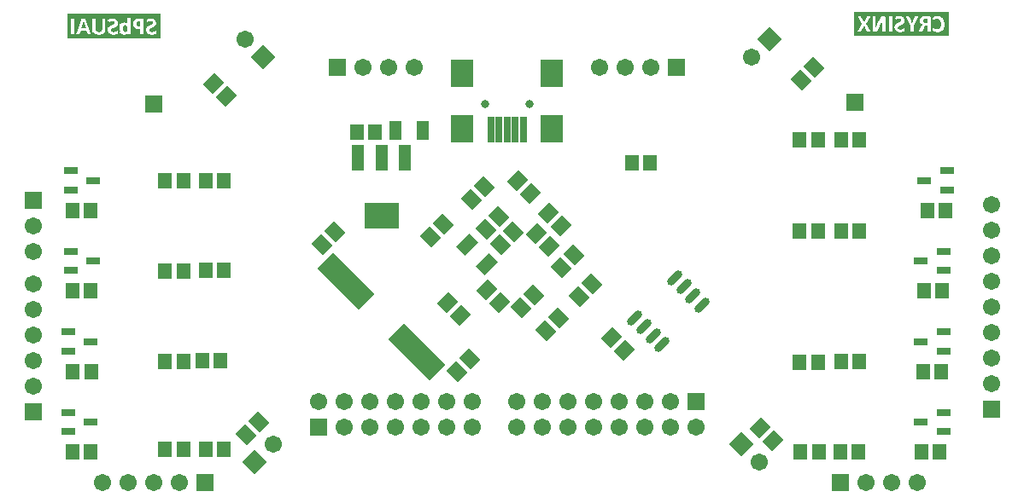
<source format=gbs>
G04*
G04 #@! TF.GenerationSoftware,Altium Limited,Altium Designer,19.0.15 (446)*
G04*
G04 Layer_Color=16711935*
%FSLAX44Y44*%
%MOMM*%
G71*
G01*
G75*
G04:AMPARAMS|DCode=20|XSize=1.6032mm|YSize=1.4032mm|CornerRadius=0mm|HoleSize=0mm|Usage=FLASHONLY|Rotation=135.000|XOffset=0mm|YOffset=0mm|HoleType=Round|Shape=Rectangle|*
%AMROTATEDRECTD20*
4,1,4,1.0629,-0.0707,0.0707,-1.0629,-1.0629,0.0707,-0.0707,1.0629,1.0629,-0.0707,0.0*
%
%ADD20ROTATEDRECTD20*%

G04:AMPARAMS|DCode=22|XSize=1.6032mm|YSize=1.4032mm|CornerRadius=0mm|HoleSize=0mm|Usage=FLASHONLY|Rotation=225.000|XOffset=0mm|YOffset=0mm|HoleType=Round|Shape=Rectangle|*
%AMROTATEDRECTD22*
4,1,4,0.0707,1.0629,1.0629,0.0707,-0.0707,-1.0629,-1.0629,-0.0707,0.0707,1.0629,0.0*
%
%ADD22ROTATEDRECTD22*%

%ADD23C,1.7032*%
%ADD24R,1.7032X1.7032*%
%ADD25R,1.7032X1.7032*%
%ADD26P,2.4087X4X360.0*%
%ADD27P,2.4087X4X270.0*%
%ADD28C,0.8032*%
G04:AMPARAMS|DCode=59|XSize=1.9032mm|YSize=1.3032mm|CornerRadius=0mm|HoleSize=0mm|Usage=FLASHONLY|Rotation=45.000|XOffset=0mm|YOffset=0mm|HoleType=Round|Shape=Rectangle|*
%AMROTATEDRECTD59*
4,1,4,-0.2121,-1.1336,-1.1336,-0.2121,0.2121,1.1336,1.1336,0.2121,-0.2121,-1.1336,0.0*
%
%ADD59ROTATEDRECTD59*%

G04:AMPARAMS|DCode=60|XSize=2.2032mm|YSize=5.8032mm|CornerRadius=0mm|HoleSize=0mm|Usage=FLASHONLY|Rotation=45.000|XOffset=0mm|YOffset=0mm|HoleType=Round|Shape=Rectangle|*
%AMROTATEDRECTD60*
4,1,4,1.2728,-2.8307,-2.8307,1.2728,-1.2728,2.8307,2.8307,-1.2728,1.2728,-2.8307,0.0*
%
%ADD60ROTATEDRECTD60*%

%ADD61R,1.2032X2.6032*%
%ADD62R,3.5032X2.6032*%
%ADD63R,1.3032X1.9032*%
%ADD64R,1.4032X1.6032*%
%ADD65R,1.3532X0.8032*%
G04:AMPARAMS|DCode=66|XSize=0.8032mm|YSize=1.8032mm|CornerRadius=0mm|HoleSize=0mm|Usage=FLASHONLY|Rotation=315.000|XOffset=0mm|YOffset=0mm|HoleType=Round|Shape=Round|*
%AMOVALD66*
21,1,1.0000,0.8032,0.0000,0.0000,45.0*
1,1,0.8032,-0.3536,-0.3536*
1,1,0.8032,0.3536,0.3536*
%
%ADD66OVALD66*%

%ADD67R,2.2032X2.7032*%
%ADD68R,0.7032X2.5032*%
G36*
X156231Y485701D02*
Y460714D01*
X63781D01*
Y485701D01*
X156231D01*
D02*
G37*
G36*
X937622Y463214D02*
X843687D01*
Y487288D01*
X937622D01*
Y463214D01*
D02*
G37*
%LPC*%
G36*
X69694Y480588D02*
X69123D01*
X68866Y480560D01*
X68637Y480531D01*
X68580D01*
X68466Y480502D01*
X68295Y480474D01*
X68152Y480445D01*
X68123D01*
X68038Y480417D01*
X67952Y480360D01*
X67867Y480274D01*
X67838D01*
X67809Y480217D01*
X67781Y480160D01*
Y480588D01*
D01*
D01*
Y464914D01*
D01*
Y465343D01*
X67809Y465257D01*
X67867Y465171D01*
X67895D01*
X67924Y465114D01*
X68009Y465086D01*
X68152Y465028D01*
X68181D01*
X68266Y465000D01*
X68438D01*
X68637Y464971D01*
X68695D01*
X68837Y464943D01*
X69066Y464914D01*
X69637D01*
X69893Y464943D01*
X70150Y464971D01*
X70208D01*
X70322Y465000D01*
X70465D01*
X70636Y465028D01*
X70664D01*
X70722Y465057D01*
X70807Y465114D01*
X70893Y465171D01*
Y465200D01*
X70921Y465257D01*
X70950Y465400D01*
Y480131D01*
X70893Y480274D01*
X70864Y480303D01*
X70836Y480331D01*
X70750Y480388D01*
X70636Y480445D01*
X70607D01*
X70493Y480474D01*
X70350Y480502D01*
X70150Y480531D01*
X70093D01*
X69922Y480560D01*
X69694Y480588D01*
D02*
G37*
G36*
X125594Y481702D02*
X125023D01*
X124794Y481673D01*
X124566Y481644D01*
X124509D01*
X124395Y481616D01*
X124252Y481587D01*
X124109Y481530D01*
X124081D01*
X124024Y481502D01*
X123938Y481445D01*
X123852Y481387D01*
X123824Y481359D01*
X123795Y481330D01*
X123767Y481245D01*
Y481159D01*
Y475249D01*
X123738Y475278D01*
X123709Y475306D01*
X123510Y475478D01*
X123253Y475706D01*
X122967Y475934D01*
X122939Y475963D01*
X122910Y475992D01*
X122710Y476106D01*
X122453Y476277D01*
X122168Y476420D01*
X122139D01*
X122082Y476448D01*
X121997Y476477D01*
X121911Y476534D01*
X121625Y476620D01*
X121311Y476705D01*
X121283D01*
X121226Y476734D01*
X121140D01*
X121026Y476762D01*
X120740Y476791D01*
X120198D01*
X119970Y476762D01*
X119713Y476734D01*
X119398Y476677D01*
X119056Y476591D01*
X118713Y476477D01*
X118399Y476306D01*
X118371Y476277D01*
X118257Y476220D01*
X118114Y476106D01*
X117914Y475963D01*
X117714Y475792D01*
X117486Y475563D01*
X117257Y475306D01*
X117058Y475021D01*
X117029Y474992D01*
X116972Y474878D01*
X116886Y474707D01*
X116743Y474478D01*
X116629Y474221D01*
X116515Y473879D01*
X116372Y473536D01*
X116287Y473137D01*
Y473079D01*
X116258Y472965D01*
X116201Y472737D01*
X116144Y472452D01*
X116115Y472109D01*
X116058Y471738D01*
X116030Y471310D01*
Y481702D01*
Y468797D01*
D01*
Y470653D01*
X116058Y470367D01*
Y470025D01*
X116115Y469625D01*
X116172Y469197D01*
X116229Y468740D01*
X116344Y468312D01*
Y468255D01*
X116401Y468112D01*
X116487Y467912D01*
X116572Y467655D01*
X116715Y467341D01*
X116858Y466998D01*
X117058Y466684D01*
X117257Y466370D01*
X117286Y466342D01*
X117372Y466228D01*
X117486Y466085D01*
X117657Y465914D01*
X117857Y465714D01*
X118085Y465514D01*
X118371Y465314D01*
X118685Y465143D01*
X118713Y465114D01*
X118827Y465086D01*
X119027Y465000D01*
X119256Y464943D01*
X119541Y464857D01*
X119884Y464772D01*
X120255Y464743D01*
X120655Y464715D01*
X116030D01*
Y468055D01*
Y464715D01*
X126793D01*
X120855D01*
X120969Y464743D01*
X121283Y464772D01*
X121654Y464829D01*
X121683D01*
X121740Y464857D01*
X121825Y464886D01*
X121939Y464914D01*
X122225Y465000D01*
X122539Y465143D01*
X122568D01*
X122625Y465171D01*
X122710Y465228D01*
X122796Y465314D01*
X123081Y465485D01*
X123396Y465714D01*
X123424Y465742D01*
X123453Y465771D01*
X123538Y465857D01*
X123652Y465942D01*
X123909Y466199D01*
X124223Y466542D01*
Y465371D01*
Y465343D01*
Y465314D01*
X124252Y465228D01*
X124309Y465143D01*
X124366Y465086D01*
X124423Y465057D01*
X124509Y465000D01*
X124537D01*
X124623Y464972D01*
X124737D01*
X124909Y464943D01*
X125080D01*
X125280Y464914D01*
X125965D01*
X126165Y464943D01*
X126193D01*
X126307Y464972D01*
X126422D01*
X126536Y465000D01*
X126565D01*
X126622Y465029D01*
X126679Y465086D01*
X126736Y465143D01*
Y465171D01*
X126764Y465228D01*
X126793Y465371D01*
Y481245D01*
X126736Y481387D01*
X126707Y481416D01*
X126679Y481445D01*
X126593Y481473D01*
X126479Y481530D01*
X126450Y481559D01*
X126365Y481587D01*
X126222Y481616D01*
X126022Y481644D01*
X125965D01*
X125822Y481673D01*
X125594Y481702D01*
D02*
G37*
G36*
X152231Y480788D02*
X142095D01*
X146435D01*
X146092Y480759D01*
X145693Y480702D01*
X145664D01*
X145607Y480674D01*
X145493D01*
X145350Y480645D01*
X145007Y480560D01*
X144665Y480474D01*
X144636D01*
X144579Y480445D01*
X144494Y480417D01*
X144379Y480388D01*
X144094Y480274D01*
X143808Y480131D01*
X143780D01*
X143751Y480103D01*
X143609Y480046D01*
X143437Y479931D01*
X143323Y479846D01*
X143295Y479817D01*
X143237Y479789D01*
X143180Y479703D01*
X143152Y479646D01*
Y479617D01*
X143123Y479589D01*
X143066Y479418D01*
Y479389D01*
X143038Y479332D01*
Y479189D01*
Y479046D01*
Y479018D01*
X143009Y478904D01*
Y478732D01*
Y478532D01*
Y478504D01*
Y478475D01*
Y478333D01*
Y478133D01*
X143038Y477933D01*
Y477904D01*
X143066Y477790D01*
X143095Y477676D01*
X143123Y477562D01*
Y477533D01*
X143152Y477476D01*
X143237Y477333D01*
X143295Y477305D01*
X143352Y477276D01*
X143466D01*
X143523Y477305D01*
X143666Y477333D01*
X143865Y477419D01*
X143923Y477448D01*
X144065Y477533D01*
X144294Y477648D01*
X144579Y477790D01*
X144608D01*
X144636Y477819D01*
X144722Y477876D01*
X144836Y477904D01*
X145150Y478019D01*
X145550Y478161D01*
X145578D01*
X145636Y478190D01*
X145750Y478218D01*
X145893Y478247D01*
X146092Y478276D01*
X146292Y478304D01*
X146749Y478333D01*
X146920D01*
X147063Y478304D01*
X147349Y478276D01*
X147663Y478190D01*
X147691D01*
X147720Y478161D01*
X147891Y478104D01*
X148091Y477990D01*
X148291Y477847D01*
X148319Y477819D01*
X148434Y477705D01*
X148548Y477533D01*
X148662Y477305D01*
X148690Y477248D01*
X148719Y477105D01*
X148748Y476905D01*
X148776Y476648D01*
Y476620D01*
Y476563D01*
X148748Y476477D01*
Y476334D01*
X148662Y476049D01*
X148519Y475735D01*
Y475706D01*
X148462Y475678D01*
X148319Y475506D01*
X148062Y475306D01*
X147748Y475078D01*
X147720D01*
X147663Y475021D01*
X147548Y474964D01*
X147434Y474907D01*
X147092Y474735D01*
X146663Y474536D01*
X146635D01*
X146549Y474478D01*
X146435Y474450D01*
X146292Y474364D01*
X145893Y474193D01*
X145464Y473993D01*
X145436D01*
X145350Y473936D01*
X145236Y473879D01*
X145065Y473793D01*
X144693Y473593D01*
X144237Y473336D01*
X144208Y473308D01*
X144122Y473279D01*
X144008Y473194D01*
X143865Y473079D01*
X143523Y472794D01*
X143180Y472452D01*
X143152Y472423D01*
X143095Y472366D01*
X143009Y472252D01*
X142895Y472109D01*
X142781Y471938D01*
X142638Y471738D01*
X142409Y471252D01*
X142381Y471224D01*
X142352Y471138D01*
X142295Y470995D01*
X142238Y470796D01*
X142181Y470567D01*
X142153Y470282D01*
X142095Y469968D01*
D01*
Y469425D01*
X142124Y469197D01*
X142153Y468911D01*
X142210Y468569D01*
X142295Y468198D01*
X142409Y467826D01*
X142552Y467484D01*
X142581Y467455D01*
X142638Y467341D01*
X142752Y467170D01*
X142866Y466941D01*
X143066Y466713D01*
X143266Y466456D01*
X143523Y466199D01*
X143808Y465942D01*
X143837Y465914D01*
X143951Y465828D01*
X144094Y465714D01*
X144322Y465600D01*
X144579Y465428D01*
X144893Y465285D01*
X145265Y465143D01*
X145636Y465000D01*
X145693D01*
X145807Y464943D01*
X146035Y464914D01*
X146292Y464857D01*
X146635Y464800D01*
X147006Y464772D01*
X147434Y464715D01*
X148148D01*
X148348Y464743D01*
X148576D01*
X148833Y464772D01*
X149347Y464857D01*
X149376D01*
X149461Y464886D01*
X149604Y464914D01*
X149747Y464943D01*
X150147Y465057D01*
X150575Y465171D01*
X150603D01*
X150660Y465200D01*
X150746Y465228D01*
X150889Y465285D01*
X151174Y465400D01*
X151460Y465542D01*
X151517Y465571D01*
X151660Y465657D01*
X151831Y465771D01*
X151974Y465914D01*
X152002Y465942D01*
X152059Y466028D01*
X152116Y466171D01*
X152174Y466370D01*
Y466427D01*
X152202Y466570D01*
X152231Y466827D01*
Y464829D01*
Y467883D01*
X152202Y467969D01*
X152174Y468112D01*
X152145Y468226D01*
Y468255D01*
X152116Y468312D01*
X152059Y468397D01*
X152002Y468455D01*
X151974Y468483D01*
X151945Y468512D01*
X151888Y468540D01*
X151774D01*
X151688Y468512D01*
X151517Y468455D01*
X151317Y468312D01*
X151288D01*
X151260Y468283D01*
X151089Y468198D01*
X150860Y468055D01*
X150546Y467883D01*
X150518D01*
X150461Y467855D01*
X150346Y467798D01*
X150232Y467741D01*
X150061Y467684D01*
X149861Y467598D01*
X149404Y467455D01*
X149376D01*
X149290Y467427D01*
X149147Y467398D01*
X148947Y467370D01*
X148719Y467313D01*
X148462Y467284D01*
X147863Y467255D01*
X147634D01*
X147491Y467284D01*
X147149Y467313D01*
X146806Y467370D01*
X146778D01*
X146721Y467398D01*
X146635Y467427D01*
X146549Y467484D01*
X146292Y467598D01*
X146035Y467769D01*
X146007D01*
X145978Y467826D01*
X145864Y467941D01*
X145693Y468140D01*
X145550Y468397D01*
Y468426D01*
X145521Y468455D01*
X145464Y468654D01*
X145407Y468911D01*
X145379Y469225D01*
Y469254D01*
Y469311D01*
X145407Y469397D01*
Y469539D01*
X145521Y469825D01*
X145578Y469968D01*
X145693Y470110D01*
Y470139D01*
X145750Y470168D01*
X145893Y470339D01*
X146121Y470567D01*
X146435Y470796D01*
X146464D01*
X146521Y470853D01*
X146606Y470910D01*
X146749Y470967D01*
X147063Y471138D01*
X147491Y471338D01*
X147520D01*
X147577Y471395D01*
X147691Y471452D01*
X147863Y471509D01*
X148034Y471595D01*
X148234Y471709D01*
X148690Y471909D01*
X148719D01*
X148805Y471966D01*
X148919Y472023D01*
X149090Y472109D01*
X149461Y472309D01*
X149918Y472537D01*
X149947Y472566D01*
X150004Y472594D01*
X150118Y472680D01*
X150261Y472794D01*
X150603Y473079D01*
X150946Y473422D01*
X150974Y473451D01*
X151032Y473508D01*
X151117Y473622D01*
X151203Y473765D01*
X151317Y473936D01*
X151460Y474136D01*
X151688Y474621D01*
Y474650D01*
X151745Y474735D01*
X151774Y474907D01*
X151831Y475107D01*
X151888Y475335D01*
X151917Y475620D01*
X151974Y475963D01*
Y476306D01*
Y476363D01*
Y476506D01*
X151945Y476705D01*
X151917Y476962D01*
X151888Y477276D01*
X151802Y477590D01*
X151717Y477933D01*
X151574Y478247D01*
X151545Y478276D01*
X151488Y478390D01*
X151403Y478561D01*
X151288Y478732D01*
X151117Y478961D01*
X150946Y479189D01*
X150717Y479418D01*
X150461Y479646D01*
X150432Y479674D01*
X150346Y479732D01*
X150175Y479846D01*
X149975Y479960D01*
X149747Y480103D01*
X149461Y480246D01*
X149147Y480388D01*
X148805Y480502D01*
X148748D01*
X148633Y480560D01*
X148462Y480588D01*
X148205Y480645D01*
X147891Y480702D01*
X147548Y480731D01*
X147177Y480788D01*
X152231D01*
D02*
G37*
G36*
X109320D02*
X108578D01*
X108236Y480759D01*
X107836Y480702D01*
X107807D01*
X107750Y480674D01*
X107636D01*
X107493Y480645D01*
X107151Y480560D01*
X106808Y480474D01*
X106780D01*
X106722Y480445D01*
X106637Y480417D01*
X106523Y480388D01*
X106237Y480274D01*
X105952Y480131D01*
X105923D01*
X105895Y480103D01*
X105752Y480046D01*
X105581Y479931D01*
X105466Y479846D01*
X105438Y479817D01*
X105381Y479789D01*
X105324Y479703D01*
X105295Y479646D01*
Y479617D01*
X105267Y479589D01*
X105209Y479418D01*
Y479389D01*
X105181Y479332D01*
Y479189D01*
Y479046D01*
Y479018D01*
X105152Y478904D01*
Y478732D01*
Y478532D01*
Y478504D01*
Y478475D01*
Y478333D01*
Y478133D01*
X105181Y477933D01*
Y477904D01*
X105209Y477790D01*
X105238Y477676D01*
X105267Y477562D01*
Y477533D01*
X105295Y477476D01*
X105381Y477333D01*
X105438Y477305D01*
X105495Y477276D01*
X105609D01*
X105666Y477305D01*
X105809Y477333D01*
X106009Y477419D01*
X106066Y477448D01*
X106209Y477533D01*
X106437Y477648D01*
X106722Y477790D01*
X106751D01*
X106780Y477819D01*
X106865Y477876D01*
X106980Y477904D01*
X107294Y478019D01*
X107693Y478161D01*
X107722D01*
X107779Y478190D01*
X107893Y478218D01*
X108036Y478247D01*
X108236Y478276D01*
X108435Y478304D01*
X108892Y478333D01*
X109064D01*
X109206Y478304D01*
X109492Y478276D01*
X109806Y478190D01*
X109834D01*
X109863Y478161D01*
X110034Y478104D01*
X110234Y477990D01*
X110434Y477847D01*
X110463Y477819D01*
X110577Y477705D01*
X110691Y477533D01*
X110805Y477305D01*
X110834Y477248D01*
X110862Y477105D01*
X110891Y476905D01*
X110919Y476648D01*
Y476620D01*
Y476563D01*
X110891Y476477D01*
Y476334D01*
X110805Y476049D01*
X110662Y475735D01*
Y475706D01*
X110605Y475678D01*
X110463Y475506D01*
X110206Y475306D01*
X109892Y475078D01*
X109863D01*
X109806Y475021D01*
X109692Y474964D01*
X109578Y474907D01*
X109235Y474735D01*
X108807Y474536D01*
X108778D01*
X108692Y474478D01*
X108578Y474450D01*
X108435Y474364D01*
X108036Y474193D01*
X107608Y473993D01*
X107579D01*
X107493Y473936D01*
X107379Y473879D01*
X107208Y473793D01*
X106837Y473593D01*
X106380Y473336D01*
X106351Y473308D01*
X106266Y473279D01*
X106152Y473194D01*
X106009Y473079D01*
X105666Y472794D01*
X105324Y472452D01*
X105295Y472423D01*
X105238Y472366D01*
X105152Y472252D01*
X105038Y472109D01*
X104924Y471938D01*
X104781Y471738D01*
X104553Y471252D01*
X104524Y471224D01*
X104496Y471138D01*
X104439Y470995D01*
X104382Y470796D01*
X104324Y470567D01*
X104296Y470282D01*
X104239Y469968D01*
Y480788D01*
D01*
Y464715D01*
X114374D01*
D01*
X110291D01*
X110491Y464743D01*
X110719D01*
X110976Y464772D01*
X111490Y464857D01*
X111519D01*
X111604Y464886D01*
X111747Y464914D01*
X111890Y464943D01*
X112290Y465057D01*
X112718Y465171D01*
X112746D01*
X112804Y465200D01*
X112889Y465228D01*
X113032Y465285D01*
X113317Y465400D01*
X113603Y465542D01*
X113660Y465571D01*
X113803Y465657D01*
X113974Y465771D01*
X114117Y465914D01*
X114145Y465942D01*
X114202Y466028D01*
X114260Y466171D01*
X114317Y466370D01*
Y466427D01*
X114345Y466570D01*
X114374Y466827D01*
Y467883D01*
X114345Y467969D01*
X114317Y468112D01*
X114288Y468226D01*
Y468255D01*
X114260Y468312D01*
X114202Y468397D01*
X114145Y468455D01*
X114117Y468483D01*
X114088Y468512D01*
X114031Y468540D01*
X113917D01*
X113831Y468512D01*
X113660Y468455D01*
X113460Y468312D01*
X113432D01*
X113403Y468283D01*
X113232Y468198D01*
X113003Y468055D01*
X112689Y467883D01*
X112661D01*
X112604Y467855D01*
X112490Y467798D01*
X112375Y467741D01*
X112204Y467684D01*
X112004Y467598D01*
X111547Y467455D01*
X111519D01*
X111433Y467427D01*
X111291Y467398D01*
X111091Y467370D01*
X110862Y467313D01*
X110605Y467284D01*
X110006Y467255D01*
X109777D01*
X109635Y467284D01*
X109292Y467313D01*
X108949Y467370D01*
X108921D01*
X108864Y467398D01*
X108778Y467427D01*
X108692Y467484D01*
X108435Y467598D01*
X108179Y467769D01*
X108150D01*
X108121Y467826D01*
X108007Y467941D01*
X107836Y468140D01*
X107693Y468397D01*
Y468426D01*
X107665Y468455D01*
X107608Y468654D01*
X107550Y468911D01*
X107522Y469225D01*
Y469254D01*
Y469311D01*
X107550Y469397D01*
Y469539D01*
X107665Y469825D01*
X107722Y469968D01*
X107836Y470110D01*
Y470139D01*
X107893Y470168D01*
X108036Y470339D01*
X108264Y470567D01*
X108578Y470796D01*
X108607D01*
X108664Y470853D01*
X108750Y470910D01*
X108892Y470967D01*
X109206Y471138D01*
X109635Y471338D01*
X109663D01*
X109720Y471395D01*
X109834Y471452D01*
X110006Y471509D01*
X110177Y471595D01*
X110377Y471709D01*
X110834Y471909D01*
X110862D01*
X110948Y471966D01*
X111062Y472023D01*
X111233Y472109D01*
X111604Y472309D01*
X112061Y472537D01*
X112090Y472566D01*
X112147Y472594D01*
X112261Y472680D01*
X112404Y472794D01*
X112746Y473079D01*
X113089Y473422D01*
X113118Y473451D01*
X113175Y473508D01*
X113260Y473622D01*
X113346Y473765D01*
X113460Y473936D01*
X113603Y474136D01*
X113831Y474621D01*
Y474650D01*
X113889Y474735D01*
X113917Y474907D01*
X113974Y475107D01*
X114031Y475335D01*
X114060Y475620D01*
X114117Y475963D01*
Y476306D01*
Y476363D01*
Y476506D01*
X114088Y476705D01*
X114060Y476962D01*
X114031Y477276D01*
X113946Y477590D01*
X113860Y477933D01*
X113717Y478247D01*
X113689Y478276D01*
X113631Y478390D01*
X113546Y478561D01*
X113432Y478732D01*
X113260Y478961D01*
X113089Y479189D01*
X112861Y479418D01*
X112604Y479646D01*
X112575Y479674D01*
X112490Y479732D01*
X112318Y479846D01*
X112118Y479960D01*
X111890Y480103D01*
X111604Y480246D01*
X111291Y480388D01*
X110948Y480502D01*
X110891D01*
X110777Y480560D01*
X110605Y480588D01*
X110348Y480645D01*
X110034Y480702D01*
X109692Y480731D01*
X109320Y480788D01*
D02*
G37*
G36*
X116030Y468740D02*
Y468112D01*
D01*
Y468740D01*
D02*
G37*
G36*
X100613Y480588D02*
X100013D01*
X99756Y480560D01*
X99528Y480531D01*
X99471D01*
X99357Y480502D01*
X99185Y480474D01*
X99043Y480445D01*
X99014D01*
X98957Y480417D01*
X98871Y480360D01*
X98786Y480274D01*
X98757D01*
X98729Y480217D01*
X98700Y480160D01*
Y480074D01*
Y470910D01*
Y470881D01*
Y470767D01*
Y470596D01*
X98672Y470367D01*
X98643Y470110D01*
X98614Y469853D01*
X98472Y469311D01*
Y469282D01*
X98415Y469197D01*
X98386Y469083D01*
X98300Y468911D01*
X98101Y468540D01*
X97844Y468169D01*
X97815Y468140D01*
X97758Y468112D01*
X97672Y468026D01*
X97558Y467941D01*
X97215Y467712D01*
X96816Y467512D01*
X96787D01*
X96702Y467484D01*
X96587Y467455D01*
X96416Y467427D01*
X96216Y467370D01*
X95988Y467341D01*
X95474Y467313D01*
X95217D01*
X95017Y467341D01*
X94618Y467398D01*
X94161Y467512D01*
X94132D01*
X94046Y467570D01*
X93961Y467598D01*
X93818Y467684D01*
X93476Y467883D01*
X93161Y468169D01*
X93133Y468198D01*
X93076Y468255D01*
X93019Y468340D01*
X92905Y468483D01*
X92819Y468626D01*
X92705Y468826D01*
X92505Y469254D01*
Y469282D01*
X92476Y469368D01*
X92419Y469511D01*
X92391Y469682D01*
X92333Y469911D01*
X92305Y470168D01*
X92276Y470738D01*
Y480074D01*
Y480103D01*
Y480131D01*
X92219Y480274D01*
X92191Y480303D01*
X92162Y480331D01*
X92077Y480388D01*
X91962Y480445D01*
X91934D01*
X91848Y480474D01*
X91705Y480502D01*
X91506Y480531D01*
X91448D01*
X91277Y480560D01*
X91049Y480588D01*
X92114D01*
X89164D01*
Y464715D01*
D01*
Y470539D01*
X89193Y470253D01*
X89222Y469911D01*
X89279Y469511D01*
X89336Y469083D01*
X89450Y468626D01*
X89593Y468198D01*
X89621Y468140D01*
X89678Y468026D01*
X89764Y467798D01*
X89907Y467541D01*
X90078Y467255D01*
X90307Y466913D01*
X90563Y466599D01*
X90849Y466285D01*
X90878Y466256D01*
X90992Y466171D01*
X91163Y466028D01*
X91391Y465857D01*
X91677Y465657D01*
X92020Y465457D01*
X92419Y465285D01*
X92847Y465114D01*
X92905Y465086D01*
X93047Y465057D01*
X93304Y465000D01*
X93647Y464914D01*
X94046Y464829D01*
X94532Y464772D01*
X95046Y464743D01*
X95617Y464715D01*
X89164D01*
X101840D01*
X95874D01*
X96131Y464743D01*
X96502Y464772D01*
X96902Y464800D01*
X97330Y464857D01*
X97787Y464943D01*
X98243Y465057D01*
X98300Y465086D01*
X98443Y465114D01*
X98643Y465228D01*
X98928Y465343D01*
X99214Y465485D01*
X99557Y465685D01*
X99899Y465914D01*
X100213Y466171D01*
X100242Y466199D01*
X100356Y466313D01*
X100499Y466456D01*
X100670Y466684D01*
X100870Y466941D01*
X101070Y467255D01*
X101270Y467627D01*
X101441Y468026D01*
X101469Y468083D01*
X101498Y468226D01*
X101555Y468455D01*
X101641Y468769D01*
X101726Y469140D01*
X101783Y469596D01*
X101812Y470082D01*
X101840Y470624D01*
Y480131D01*
X101783Y480274D01*
X101755Y480303D01*
X101726Y480331D01*
X101641Y480388D01*
X101526Y480445D01*
X101498D01*
X101412Y480474D01*
X101270Y480502D01*
X101070Y480531D01*
X101013D01*
X100841Y480560D01*
X100613Y480588D01*
D02*
G37*
G36*
X138641Y480502D02*
X134644D01*
X134330Y480474D01*
X133959Y480445D01*
X133873D01*
X133759Y480417D01*
X133616D01*
X133445Y480388D01*
X133245Y480360D01*
X132760Y480274D01*
X132731D01*
X132646Y480246D01*
X132503Y480217D01*
X132303Y480160D01*
X132103Y480074D01*
X131846Y479989D01*
X131332Y479760D01*
X131304Y479732D01*
X131218Y479703D01*
X131075Y479617D01*
X130904Y479503D01*
X130533Y479218D01*
X130133Y478818D01*
X130105Y478789D01*
X130048Y478704D01*
X129962Y478590D01*
X129848Y478447D01*
X129705Y478247D01*
X129591Y478019D01*
X129362Y477476D01*
Y477448D01*
X129305Y477333D01*
X129277Y477191D01*
X129220Y476991D01*
X129163Y476734D01*
X129134Y476448D01*
X129077Y476106D01*
Y475535D01*
X129105Y475306D01*
X129134Y474992D01*
X129191Y474621D01*
X129248Y474250D01*
X129362Y473850D01*
X129505Y473451D01*
X129534Y473394D01*
X129591Y473279D01*
X129676Y473108D01*
X129791Y472880D01*
X129962Y472594D01*
X130190Y472309D01*
X130419Y472023D01*
X130704Y471766D01*
X130733Y471738D01*
X130847Y471652D01*
X131018Y471538D01*
X131218Y471367D01*
X131504Y471195D01*
X131846Y471024D01*
X132217Y470853D01*
X132617Y470710D01*
X132674D01*
X132817Y470653D01*
X133045Y470596D01*
X133359Y470539D01*
X133759Y470481D01*
X134216Y470424D01*
X134701Y470396D01*
X135272Y470367D01*
X136557D01*
Y465400D01*
Y465371D01*
Y465343D01*
X136585Y465257D01*
X136643Y465171D01*
X136671D01*
X136700Y465114D01*
X136785Y465086D01*
X136899Y465029D01*
X136928D01*
X137014Y465000D01*
X137185D01*
X137385Y464972D01*
X137442D01*
X137585Y464943D01*
X137842Y464914D01*
X129077D01*
D01*
X139697D01*
X138413D01*
X138670Y464943D01*
X138926Y464972D01*
X138984D01*
X139098Y465000D01*
X139241D01*
X139383Y465029D01*
X139412D01*
X139469Y465057D01*
X139555Y465114D01*
X139640Y465171D01*
Y465200D01*
X139669Y465257D01*
X139697Y465400D01*
Y479446D01*
X139669Y479560D01*
Y479674D01*
X139583Y479960D01*
X139412Y480217D01*
X139355Y480274D01*
X139212Y480360D01*
X138955Y480445D01*
X138641Y480502D01*
D02*
G37*
G36*
X80942Y480588D02*
X72977Y480588D01*
Y464914D01*
D01*
Y465200D01*
X73063Y465086D01*
X73091D01*
X73177Y465028D01*
X73320Y465000D01*
X73548Y464971D01*
X73605D01*
X73691Y464943D01*
X73776D01*
X74062Y464914D01*
X72977D01*
X75118D01*
X75404Y464943D01*
X75461D01*
X75603Y464971D01*
X75775D01*
X75946Y465000D01*
X75975D01*
X76032Y465028D01*
X76117Y465086D01*
X76203Y465143D01*
Y465171D01*
X76231Y465200D01*
X76260Y465285D01*
X76289Y465400D01*
X77316Y468540D01*
X83169Y468540D01*
X84140Y465485D01*
Y465457D01*
X84168Y465400D01*
X84283Y465200D01*
Y465171D01*
X84340Y465143D01*
X84425Y465086D01*
X84539Y465029D01*
X84568D01*
X84654Y465000D01*
X84825Y464972D01*
X85025Y464943D01*
X85253D01*
X85510Y464914D01*
X86167D01*
X86452Y464943D01*
X86709Y464972D01*
X86766D01*
X86881Y465000D01*
X87023Y465057D01*
X87166Y465114D01*
X87195Y465143D01*
X87223Y465228D01*
X87252Y465343D01*
Y465542D01*
X87195Y465657D01*
X87137Y465885D01*
X87052Y466171D01*
X82255Y479960D01*
Y479989D01*
X82227Y480074D01*
X82170Y480188D01*
X82113Y480274D01*
X82084Y480303D01*
X82027Y480360D01*
X81941Y480417D01*
X81799Y480474D01*
X81770D01*
X81627Y480502D01*
X81456Y480531D01*
X81199Y480560D01*
X81056D01*
X80942Y480588D01*
D02*
G37*
%LPD*%
G36*
X121683Y474193D02*
X121882Y474136D01*
X121939Y474107D01*
X122054Y474079D01*
X122254Y473965D01*
X122482Y473822D01*
X122539Y473793D01*
X122653Y473679D01*
X122853Y473508D01*
X123110Y473279D01*
X123167Y473222D01*
X123310Y473051D01*
X123510Y472823D01*
X123767Y472480D01*
Y468940D01*
X123738Y468911D01*
X123652Y468797D01*
X123538Y468654D01*
X123367Y468483D01*
X122996Y468055D01*
X122796Y467855D01*
X122568Y467684D01*
X122539Y467655D01*
X122453Y467627D01*
X122339Y467570D01*
X122196Y467484D01*
X122025Y467398D01*
X121825Y467341D01*
X121597Y467313D01*
X121369Y467284D01*
X121254D01*
X121169Y467313D01*
X121026D01*
X120683Y467398D01*
X120369Y467570D01*
X120341Y467598D01*
X120312Y467627D01*
X120141Y467798D01*
X119912Y468026D01*
X119713Y468340D01*
Y468369D01*
X119656Y468426D01*
X119627Y468540D01*
X119541Y468654D01*
X119427Y468997D01*
X119313Y469425D01*
Y469454D01*
X119284Y469539D01*
X119256Y469654D01*
X119227Y469825D01*
Y469996D01*
X119199Y470225D01*
X119170Y470681D01*
Y470710D01*
Y470796D01*
Y470938D01*
Y471110D01*
X119199Y471310D01*
X119227Y471538D01*
X119284Y471995D01*
Y472023D01*
X119313Y472109D01*
X119341Y472223D01*
X119370Y472366D01*
X119484Y472737D01*
X119656Y473108D01*
Y473137D01*
X119684Y473194D01*
X119741Y473279D01*
X119827Y473394D01*
X120027Y473651D01*
X120284Y473908D01*
X120312Y473936D01*
X120341Y473965D01*
X120455Y474022D01*
X120569Y474079D01*
X120712Y474136D01*
X120883Y474164D01*
X121083Y474221D01*
X121483D01*
X121683Y474193D01*
D02*
G37*
G36*
X104267Y469197D02*
X104296Y468911D01*
X104353Y468569D01*
X104439Y468198D01*
X104553Y467826D01*
X104696Y467484D01*
X104724Y467455D01*
X104781Y467341D01*
X104895Y467170D01*
X105009Y466941D01*
X105209Y466713D01*
X105409Y466456D01*
X105666Y466199D01*
X105952Y465942D01*
X105980Y465914D01*
X106094Y465828D01*
X106237Y465714D01*
X106466Y465600D01*
X106722Y465428D01*
X107037Y465285D01*
X107408Y465143D01*
X107779Y465000D01*
X107836D01*
X107950Y464943D01*
X108179Y464914D01*
X108435Y464857D01*
X108778Y464800D01*
X109149Y464772D01*
X109578Y464715D01*
X104239D01*
Y469425D01*
X104267Y469197D01*
D02*
G37*
G36*
X90221Y480560D02*
X89993Y480531D01*
X89935D01*
X89821Y480502D01*
X89650Y480474D01*
X89507Y480445D01*
X89479D01*
X89422Y480417D01*
X89336Y480360D01*
X89250Y480274D01*
X89222D01*
X89193Y480217D01*
X89164Y480160D01*
Y480588D01*
X90478D01*
X90221Y480560D01*
D02*
G37*
G36*
X136557Y472794D02*
X134872D01*
X134701Y472823D01*
X134301Y472880D01*
X133873Y472994D01*
X133845D01*
X133787Y473022D01*
X133702Y473079D01*
X133588Y473137D01*
X133302Y473308D01*
X133045Y473565D01*
X133017Y473593D01*
X132988Y473622D01*
X132931Y473708D01*
X132845Y473822D01*
X132674Y474079D01*
X132531Y474421D01*
Y474450D01*
X132503Y474507D01*
X132474Y474621D01*
X132446Y474764D01*
X132389Y475107D01*
X132360Y475535D01*
Y475563D01*
Y475678D01*
X132389Y475820D01*
Y476020D01*
X132503Y476448D01*
X132560Y476677D01*
X132674Y476877D01*
Y476905D01*
X132731Y476962D01*
X132788Y477076D01*
X132874Y477191D01*
X133102Y477448D01*
X133388Y477676D01*
X133416D01*
X133445Y477705D01*
X133531Y477762D01*
X133645Y477819D01*
X133930Y477904D01*
X134273Y477990D01*
X134301D01*
X134359Y478019D01*
X134444D01*
X134558Y478047D01*
X134872Y478076D01*
X136557D01*
Y472794D01*
D02*
G37*
G36*
X82455Y470967D02*
X78087Y470967D01*
X80257Y477562D01*
X82455Y470967D01*
D02*
G37*
G36*
X79286Y480560D02*
X79029D01*
X78858Y480531D01*
X78658Y480502D01*
X78458Y480474D01*
X78430D01*
X78316Y480417D01*
X78201Y480360D01*
X78116Y480274D01*
X78087Y480246D01*
X78059Y480188D01*
X78002Y480046D01*
X77944Y479903D01*
X73148Y466142D01*
Y466113D01*
X73120Y466085D01*
X73063Y465885D01*
X73005Y465685D01*
X72977Y465457D01*
Y480588D01*
X79458D01*
X79286Y480560D01*
D02*
G37*
%LPC*%
G36*
X875181Y483060D02*
X862391D01*
D01*
X863561D01*
X863333Y483031D01*
X863104Y483002D01*
X863047D01*
X862933Y482974D01*
X862790Y482945D01*
X862676Y482888D01*
X862647D01*
X862590Y482860D01*
X862533Y482803D01*
X862476Y482746D01*
X862448Y482717D01*
X862419Y482688D01*
X862391Y482603D01*
D01*
D01*
Y467414D01*
Y468414D01*
X862448Y468242D01*
X862505Y468071D01*
X862533Y468042D01*
X862562Y467957D01*
X862647Y467843D01*
X862762Y467728D01*
X862790Y467700D01*
X862876Y467643D01*
X862990Y467586D01*
X863161Y467529D01*
X863190D01*
X863276Y467500D01*
X863418Y467472D01*
X865188D01*
X865417Y467500D01*
X865674Y467529D01*
X865731Y467557D01*
X865873Y467614D01*
X866045Y467700D01*
X866245Y467843D01*
X866302Y467871D01*
X866416Y468014D01*
X866559Y468185D01*
X866759Y468442D01*
Y468471D01*
X866787Y468499D01*
X866844Y468585D01*
X866901Y468699D01*
X867073Y469013D01*
X867272Y469413D01*
X871127Y476693D01*
X871155Y476721D01*
X871184Y476807D01*
X871241Y476921D01*
X871327Y477093D01*
X871441Y477293D01*
X871555Y477550D01*
X871812Y478063D01*
X871840Y478092D01*
X871869Y478206D01*
X871926Y478349D01*
X872012Y478549D01*
X872097Y478777D01*
X872212Y479006D01*
X872411Y479548D01*
X872440D01*
Y479519D01*
Y479405D01*
X872411Y479234D01*
Y479006D01*
X872383Y478749D01*
Y478434D01*
X872354Y477806D01*
Y477778D01*
Y477664D01*
Y477492D01*
X872326Y477264D01*
Y477007D01*
Y476693D01*
Y476036D01*
Y467928D01*
Y467900D01*
Y467843D01*
X872354Y467785D01*
X872411Y467700D01*
X872468Y467643D01*
X872526Y467614D01*
X872640Y467557D01*
X872668D01*
X872754Y467529D01*
X872897Y467500D01*
X873097Y467472D01*
X873154D01*
X873268Y467443D01*
X873496Y467414D01*
X874039D01*
X874267Y467443D01*
X874495Y467472D01*
X874524D01*
X874638Y467500D01*
X874781Y467529D01*
X874924Y467557D01*
X874952D01*
X875009Y467586D01*
X875067Y467643D01*
X875124Y467700D01*
Y467728D01*
X875152Y467757D01*
X875181Y467928D01*
Y467529D01*
Y483060D01*
D02*
G37*
G36*
X933622Y483259D02*
X922145D01*
D01*
X926056D01*
X925656Y483202D01*
X925200Y483145D01*
X925171D01*
X925085Y483117D01*
X924971Y483088D01*
X924828Y483060D01*
X924486Y482974D01*
X924086Y482860D01*
X924058D01*
X924000Y482831D01*
X923915Y482803D01*
X923772Y482746D01*
X923487Y482631D01*
X923173Y482460D01*
X923144D01*
X923115Y482431D01*
X922944Y482317D01*
X922773Y482203D01*
X922602Y482060D01*
X922573Y482032D01*
X922516Y481975D01*
X922430Y481889D01*
X922373Y481803D01*
Y481775D01*
X922345Y481718D01*
X922316Y481632D01*
X922288Y481518D01*
Y481489D01*
X922259Y481404D01*
Y481289D01*
X922230Y481118D01*
Y481090D01*
X922202Y480975D01*
Y480804D01*
Y480576D01*
Y480547D01*
Y480519D01*
Y480347D01*
Y480148D01*
X922230Y479948D01*
Y479919D01*
X922259Y479805D01*
X922288Y479662D01*
X922316Y479548D01*
Y479519D01*
X922345Y479462D01*
X922459Y479319D01*
X922516Y479291D01*
X922659Y479262D01*
X922687D01*
X922773Y479291D01*
X922916Y479348D01*
X923115Y479462D01*
X923173Y479491D01*
X923315Y479605D01*
X923544Y479748D01*
X923829Y479919D01*
X923858D01*
X923915Y479976D01*
X924000Y480005D01*
X924115Y480062D01*
X924286Y480148D01*
X924457Y480233D01*
X924886Y480376D01*
X924914D01*
X925000Y480404D01*
X925114Y480462D01*
X925285Y480490D01*
X925485Y480547D01*
X925742Y480576D01*
X925999Y480604D01*
X926456D01*
X926627Y480576D01*
X926855Y480547D01*
X927112Y480519D01*
X927398Y480433D01*
X927683Y480347D01*
X927969Y480205D01*
X927998Y480176D01*
X928083Y480148D01*
X928226Y480062D01*
X928397Y479919D01*
X928568Y479776D01*
X928797Y479605D01*
X928997Y479377D01*
X929196Y479120D01*
X929225Y479091D01*
X929282Y479006D01*
X929368Y478863D01*
X929482Y478663D01*
X929596Y478406D01*
X929739Y478120D01*
X929853Y477806D01*
X929967Y477435D01*
Y477378D01*
X929996Y477264D01*
X930053Y477064D01*
X930082Y476779D01*
X930139Y476465D01*
X930196Y476065D01*
X930224Y475665D01*
Y475208D01*
Y475180D01*
Y475151D01*
Y474980D01*
X930196Y474723D01*
Y474409D01*
X930167Y474038D01*
X930110Y473638D01*
X930053Y473238D01*
X929967Y472839D01*
Y472782D01*
X929910Y472668D01*
X929853Y472496D01*
X929768Y472268D01*
X929653Y471982D01*
X929511Y471725D01*
X929339Y471440D01*
X929168Y471183D01*
X929139Y471154D01*
X929082Y471069D01*
X928968Y470955D01*
X928797Y470840D01*
X928625Y470669D01*
X928397Y470526D01*
X928140Y470383D01*
X927883Y470241D01*
X927855D01*
X927740Y470184D01*
X927598Y470155D01*
X927398Y470098D01*
X927141Y470041D01*
X926884Y469984D01*
X926570Y469955D01*
X926227Y469927D01*
X925942D01*
X925742Y469955D01*
X925285Y470012D01*
X924800Y470098D01*
X924771D01*
X924686Y470127D01*
X924572Y470184D01*
X924429Y470241D01*
X924086Y470355D01*
X923744Y470526D01*
X923715D01*
X923658Y470583D01*
X923487Y470669D01*
X923230Y470840D01*
X923001Y470983D01*
X922944Y471012D01*
X922830Y471097D01*
X922687Y471154D01*
X922573Y471183D01*
X922516D01*
X922402Y471126D01*
X922373D01*
X922345Y471069D01*
X922316Y471012D01*
X922259Y470926D01*
Y470897D01*
X922230Y470812D01*
X922202Y470698D01*
X922173Y470526D01*
Y470469D01*
X922145Y470355D01*
Y469498D01*
X922173Y469327D01*
Y469299D01*
X922202Y469213D01*
Y469099D01*
X922230Y468956D01*
Y468927D01*
X922259Y468870D01*
X922316Y468699D01*
Y468671D01*
X922373Y468642D01*
X922430Y468556D01*
X922516Y468471D01*
X922544Y468442D01*
X922630Y468385D01*
X922801Y468242D01*
X923030Y468100D01*
X923058D01*
X923087Y468071D01*
X923173Y468014D01*
X923287Y467985D01*
X923572Y467843D01*
X923943Y467700D01*
X923972D01*
X924029Y467671D01*
X924143Y467643D01*
X924315Y467586D01*
X924486Y467529D01*
X924714Y467472D01*
X925200Y467386D01*
X925228D01*
X925314Y467357D01*
X925456Y467329D01*
X925656D01*
X925885Y467300D01*
X926142Y467272D01*
X926713Y467243D01*
X926970D01*
X927284Y467272D01*
X927683Y467300D01*
X928112Y467357D01*
X928597Y467443D01*
X929111Y467557D01*
X929596Y467728D01*
X929653Y467757D01*
X929796Y467814D01*
X930053Y467928D01*
X930339Y468100D01*
X930710Y468299D01*
X931052Y468556D01*
X931423Y468842D01*
X931795Y469184D01*
X931823Y469241D01*
X931937Y469356D01*
X932109Y469556D01*
X932308Y469841D01*
X932508Y470212D01*
X932737Y470612D01*
X932965Y471097D01*
X933165Y471611D01*
Y471640D01*
X933194Y471668D01*
Y471754D01*
X933222Y471868D01*
X933279Y472011D01*
X933308Y472182D01*
X933393Y472610D01*
X933479Y473096D01*
X933536Y473695D01*
X933593Y474323D01*
X933622Y475037D01*
Y475380D01*
X933593Y475551D01*
Y475751D01*
X933565Y476208D01*
X933508Y476750D01*
X933393Y477350D01*
X933279Y477949D01*
X933108Y478549D01*
Y478577D01*
X933079Y478606D01*
X933051Y478691D01*
X933022Y478806D01*
X932908Y479091D01*
X932737Y479462D01*
X932537Y479862D01*
X932280Y480290D01*
X931994Y480718D01*
X931652Y481118D01*
X931595Y481175D01*
X931480Y481289D01*
X931281Y481489D01*
X930995Y481718D01*
X930653Y481975D01*
X930281Y482232D01*
X929853Y482489D01*
X929368Y482717D01*
X929339D01*
X929311Y482746D01*
X929139Y482803D01*
X928854Y482888D01*
X928511Y483002D01*
X928055Y483088D01*
X927569Y483174D01*
X927027Y483231D01*
X926456Y483259D01*
X933622D01*
D01*
D02*
G37*
G36*
X919889Y483002D02*
X908384D01*
D01*
X914265D01*
X913951Y482974D01*
X913894D01*
X913723Y482945D01*
X913494D01*
X913237Y482917D01*
X913180D01*
X913066Y482888D01*
X912895Y482860D01*
X912666Y482803D01*
X912409Y482746D01*
X912124Y482660D01*
X911553Y482431D01*
X911524D01*
X911410Y482374D01*
X911267Y482317D01*
X911096Y482203D01*
X910696Y481946D01*
X910268Y481604D01*
X910240Y481575D01*
X910182Y481518D01*
X910097Y481404D01*
X909983Y481261D01*
X909840Y481090D01*
X909726Y480861D01*
X909469Y480376D01*
Y480347D01*
X909412Y480262D01*
X909383Y480090D01*
X909326Y479891D01*
X909269Y479662D01*
X909240Y479377D01*
X909183Y479063D01*
Y478720D01*
Y478691D01*
Y478577D01*
Y478434D01*
X909212Y478263D01*
X909240Y478035D01*
X909269Y477806D01*
X909383Y477293D01*
Y477264D01*
X909412Y477178D01*
X909469Y477064D01*
X909526Y476921D01*
X909726Y476550D01*
X909983Y476151D01*
X910011Y476122D01*
X910040Y476065D01*
X910125Y475979D01*
X910240Y475836D01*
X910525Y475551D01*
X910925Y475266D01*
X910953Y475237D01*
X911010Y475208D01*
X911153Y475123D01*
X911296Y475066D01*
X911496Y474952D01*
X911696Y474866D01*
X912209Y474666D01*
X912181D01*
X912152Y474637D01*
X912010Y474552D01*
X911781Y474438D01*
X911553Y474266D01*
X911524D01*
X911496Y474238D01*
X911353Y474123D01*
X911182Y473924D01*
X910982Y473695D01*
Y473667D01*
X910925Y473638D01*
X910811Y473467D01*
X910668Y473210D01*
X910497Y472896D01*
Y472867D01*
X910440Y472810D01*
X910411Y472725D01*
X910325Y472610D01*
X910182Y472296D01*
X910011Y471925D01*
X908698Y468870D01*
Y468842D01*
X908669Y468785D01*
X908612Y468613D01*
X908527Y468385D01*
X908469Y468185D01*
X908441Y468157D01*
X908412Y468071D01*
X908384Y467957D01*
Y467814D01*
X908441Y467643D01*
X908498Y467586D01*
X908555Y467557D01*
X908669Y467500D01*
X908698D01*
X908812Y467472D01*
X908983D01*
X909212Y467443D01*
X909469D01*
X909754Y467414D01*
X910725D01*
X910982Y467443D01*
X911039D01*
X911153Y467472D01*
X911296Y467500D01*
X911439Y467529D01*
X911467D01*
X911524Y467557D01*
X911610Y467614D01*
X911696Y467671D01*
Y467700D01*
X911724Y467757D01*
X911781Y467928D01*
X913180Y471383D01*
Y471411D01*
X913237Y471468D01*
X913266Y471583D01*
X913352Y471725D01*
X913494Y472068D01*
X913694Y472411D01*
Y472439D01*
X913723Y472496D01*
X913780Y472582D01*
X913837Y472668D01*
X914008Y472924D01*
X914208Y473181D01*
Y473210D01*
X914265Y473238D01*
X914408Y473353D01*
X914608Y473495D01*
X914893Y473638D01*
X914922D01*
X914950Y473667D01*
X915036Y473695D01*
X915150Y473724D01*
X915436Y473781D01*
X915778Y473810D01*
X916749D01*
Y467900D01*
Y467871D01*
Y467843D01*
X916777Y467757D01*
X916835Y467671D01*
X916863D01*
X916892Y467614D01*
X916977Y467586D01*
X917092Y467529D01*
X917120D01*
X917206Y467500D01*
X917377D01*
X917577Y467472D01*
X917634D01*
X917777Y467443D01*
X918034Y467414D01*
X918605D01*
X918862Y467443D01*
X919118Y467472D01*
X919176D01*
X919290Y467500D01*
X919433D01*
X919575Y467529D01*
X919604D01*
X919661Y467557D01*
X919747Y467614D01*
X919832Y467671D01*
Y467700D01*
X919861Y467757D01*
X919889Y467900D01*
Y467586D01*
Y482089D01*
X919861Y482174D01*
Y482289D01*
X919775Y482546D01*
X919632Y482746D01*
X919575Y482774D01*
X919461Y482888D01*
X919233Y482974D01*
X918976Y483002D01*
X919889D01*
D01*
D02*
G37*
G36*
X881719Y483088D02*
X879891D01*
X879634Y483060D01*
X879406Y483031D01*
X879349D01*
X879235Y483002D01*
X879063Y482974D01*
X878921Y482945D01*
X878892D01*
X878807Y482917D01*
X878721Y482860D01*
X878635Y482774D01*
X878607D01*
X878578Y482717D01*
X878550Y482660D01*
Y467843D01*
X878578Y467757D01*
X878635Y467671D01*
X878664D01*
X878692Y467614D01*
X878778Y467586D01*
X878921Y467529D01*
X878949D01*
X879035Y467500D01*
X879206D01*
X879406Y467472D01*
X879463D01*
X879606Y467443D01*
X879834Y467414D01*
X880405D01*
X880662Y467443D01*
X880919Y467472D01*
X880976D01*
X881090Y467500D01*
X881233D01*
X881404Y467529D01*
X881433D01*
X881490Y467557D01*
X881576Y467614D01*
X881662Y467671D01*
Y467700D01*
X881690Y467757D01*
X881719Y467900D01*
Y467443D01*
Y482631D01*
X881662Y482774D01*
X881633Y482803D01*
X881604Y482831D01*
X881519Y482888D01*
X881404Y482945D01*
X881376D01*
X881262Y482974D01*
X881119Y483002D01*
X880919Y483031D01*
X880862D01*
X880691Y483060D01*
X880462Y483088D01*
X881719D01*
D01*
D02*
G37*
G36*
X907527D02*
X895251D01*
D01*
X896507D01*
X896165Y483060D01*
X895993D01*
X895851Y483031D01*
X895794D01*
X895651Y483002D01*
X895480Y482974D01*
X895337Y482888D01*
X895308Y482860D01*
X895280Y482803D01*
X895251Y482688D01*
X895280Y482517D01*
Y482460D01*
X895337Y482346D01*
X895422Y482117D01*
X895537Y481832D01*
X899790Y473353D01*
Y467900D01*
Y467871D01*
Y467843D01*
X899819Y467757D01*
X899876Y467671D01*
X899905D01*
X899933Y467614D01*
X900019Y467586D01*
X900162Y467529D01*
X900190D01*
X900276Y467500D01*
X900447D01*
X900647Y467472D01*
X900704D01*
X900847Y467443D01*
X901075Y467414D01*
X901646D01*
X901903Y467443D01*
X902160Y467472D01*
X902217D01*
X902331Y467500D01*
X902474D01*
X902645Y467529D01*
X902674D01*
X902731Y467557D01*
X902817Y467614D01*
X902902Y467671D01*
Y467700D01*
X902931Y467757D01*
X902960Y467900D01*
Y473353D01*
X907213Y481832D01*
Y481861D01*
X907242Y481918D01*
X907327Y482089D01*
X907442Y482289D01*
X907527Y482517D01*
Y482774D01*
X907442Y482888D01*
X907413Y482917D01*
X907327Y482945D01*
X907156Y483002D01*
X906928Y483031D01*
X906871D01*
X906785Y483060D01*
X906500D01*
X906328Y483088D01*
X907527D01*
D02*
G37*
G36*
X860249Y483088D02*
X847687D01*
X849058D01*
X848744Y483060D01*
X848458Y483031D01*
X848401D01*
X848258Y483002D01*
X848116Y482945D01*
X848001Y482860D01*
X847973Y482831D01*
X847944Y482774D01*
X847916Y482660D01*
Y482489D01*
Y482460D01*
X847973Y482317D01*
X848059Y482117D01*
X848173Y481803D01*
X851627Y475465D01*
X847973Y468671D01*
Y468642D01*
X847944Y468613D01*
X847859Y468414D01*
X847745Y468214D01*
X847687Y467985D01*
Y468014D01*
Y467728D01*
X847773Y467614D01*
X847802Y467586D01*
X847887Y467557D01*
X848059Y467500D01*
X848287Y467471D01*
X848344D01*
X848430Y467443D01*
X848715D01*
X848886Y467414D01*
X849943D01*
X850228Y467443D01*
X850285D01*
X850400Y467471D01*
X850571D01*
X850742Y467500D01*
X850771D01*
X850828Y467528D01*
X850913Y467586D01*
X850999Y467643D01*
Y467671D01*
X851056Y467728D01*
X851142Y467900D01*
X854054Y473495D01*
X856937Y467900D01*
Y467871D01*
X856995Y467814D01*
X857109Y467643D01*
X857166Y467586D01*
X857252Y467557D01*
X857366Y467500D01*
X857394D01*
X857480Y467471D01*
X857651D01*
X857880Y467443D01*
X858108D01*
X858393Y467414D01*
X859107D01*
X859450Y467443D01*
X859735Y467471D01*
X859792D01*
X859907Y467500D01*
X860078Y467557D01*
X860192Y467614D01*
X860221Y467643D01*
X860249Y467700D01*
Y467985D01*
X860221Y468042D01*
X860164Y468157D01*
X860078Y468385D01*
X859935Y468671D01*
X856224Y475437D01*
X859650Y481803D01*
Y481832D01*
X859678Y481889D01*
X859764Y482060D01*
X859878Y482289D01*
X859964Y482517D01*
Y482574D01*
X859992Y482660D01*
X859964Y482774D01*
X859907Y482888D01*
X859878Y482917D01*
X859792Y482945D01*
X859621Y483002D01*
X859393Y483031D01*
X859336D01*
X859250Y483060D01*
X858964D01*
X858793Y483088D01*
X860249D01*
D02*
G37*
G36*
X894252Y483288D02*
X884117D01*
D01*
X888456D01*
X888114Y483259D01*
X887714Y483202D01*
X887685D01*
X887628Y483174D01*
X887514D01*
X887371Y483145D01*
X887029Y483060D01*
X886686Y482974D01*
X886658D01*
X886600Y482945D01*
X886515Y482917D01*
X886401Y482888D01*
X886115Y482774D01*
X885830Y482631D01*
X885801D01*
X885773Y482603D01*
X885630Y482546D01*
X885459Y482431D01*
X885344Y482346D01*
X885316Y482317D01*
X885259Y482289D01*
X885202Y482203D01*
X885173Y482146D01*
Y482117D01*
X885145Y482089D01*
X885087Y481918D01*
Y481889D01*
X885059Y481832D01*
Y481689D01*
Y481546D01*
Y481518D01*
X885030Y481404D01*
Y481232D01*
Y481032D01*
Y481004D01*
Y480975D01*
Y480833D01*
Y480633D01*
X885059Y480433D01*
Y480404D01*
X885087Y480290D01*
X885116Y480176D01*
X885145Y480062D01*
Y480033D01*
X885173Y479976D01*
X885259Y479833D01*
X885316Y479805D01*
X885373Y479776D01*
X885487D01*
X885544Y479805D01*
X885687Y479833D01*
X885887Y479919D01*
X885944Y479948D01*
X886087Y480033D01*
X886315Y480148D01*
X886600Y480290D01*
X886629D01*
X886658Y480319D01*
X886743Y480376D01*
X886858Y480404D01*
X887171Y480519D01*
X887571Y480661D01*
X887600D01*
X887657Y480690D01*
X887771Y480718D01*
X887914Y480747D01*
X888114Y480776D01*
X888314Y480804D01*
X888770Y480833D01*
X888942D01*
X889084Y480804D01*
X889370Y480776D01*
X889684Y480690D01*
X889712D01*
X889741Y480661D01*
X889912Y480604D01*
X890112Y480490D01*
X890312Y480347D01*
X890340Y480319D01*
X890455Y480205D01*
X890569Y480033D01*
X890683Y479805D01*
X890712Y479748D01*
X890740Y479605D01*
X890769Y479405D01*
X890797Y479148D01*
Y479120D01*
Y479063D01*
X890769Y478977D01*
Y478834D01*
X890683Y478549D01*
X890540Y478235D01*
Y478206D01*
X890483Y478178D01*
X890340Y478006D01*
X890084Y477806D01*
X889770Y477578D01*
X889741D01*
X889684Y477521D01*
X889570Y477464D01*
X889455Y477407D01*
X889113Y477235D01*
X888685Y477036D01*
X888656D01*
X888570Y476978D01*
X888456Y476950D01*
X888314Y476864D01*
X887914Y476693D01*
X887486Y476493D01*
X887457D01*
X887371Y476436D01*
X887257Y476379D01*
X887086Y476293D01*
X886715Y476093D01*
X886258Y475836D01*
X886229Y475808D01*
X886144Y475779D01*
X886030Y475694D01*
X885887Y475579D01*
X885544Y475294D01*
X885202Y474952D01*
X885173Y474923D01*
X885116Y474866D01*
X885030Y474752D01*
X884916Y474609D01*
X884802Y474438D01*
X884659Y474238D01*
X884431Y473752D01*
X884402Y473724D01*
X884374Y473638D01*
X884317Y473495D01*
X884259Y473296D01*
X884202Y473067D01*
X884174Y472782D01*
X884117Y472468D01*
Y471925D01*
X884145Y471697D01*
X884174Y471411D01*
X884231Y471069D01*
X884317Y470698D01*
X884431Y470326D01*
X884574Y469984D01*
X884602Y469955D01*
X884659Y469841D01*
X884773Y469670D01*
X884888Y469441D01*
X885087Y469213D01*
X885287Y468956D01*
X885544Y468699D01*
X885830Y468442D01*
X885858Y468414D01*
X885972Y468328D01*
X886115Y468214D01*
X886344Y468100D01*
X886600Y467928D01*
X886915Y467785D01*
X887286Y467643D01*
X887657Y467500D01*
X887714D01*
X887828Y467443D01*
X888057Y467414D01*
X888314Y467357D01*
X888656Y467300D01*
X889027Y467272D01*
X889455Y467215D01*
X890169D01*
X890369Y467243D01*
X890598D01*
X890854Y467272D01*
X891368Y467357D01*
X891397D01*
X891482Y467386D01*
X891625Y467414D01*
X891768Y467443D01*
X892168Y467557D01*
X892596Y467671D01*
X892625D01*
X892682Y467700D01*
X892767Y467728D01*
X892910Y467785D01*
X893195Y467900D01*
X893481Y468042D01*
X893538Y468071D01*
X893681Y468157D01*
X893852Y468271D01*
X893995Y468414D01*
X894023Y468442D01*
X894081Y468528D01*
X894138Y468671D01*
X894195Y468870D01*
Y468927D01*
X894223Y469070D01*
X894252Y469327D01*
Y470383D01*
X894223Y470469D01*
X894195Y470612D01*
X894166Y470726D01*
Y470755D01*
X894138Y470812D01*
X894081Y470897D01*
X894023Y470955D01*
X893995Y470983D01*
X893966Y471012D01*
X893909Y471040D01*
X893795D01*
X893709Y471012D01*
X893538Y470955D01*
X893338Y470812D01*
X893310D01*
X893281Y470783D01*
X893110Y470698D01*
X892881Y470555D01*
X892567Y470383D01*
X892539D01*
X892482Y470355D01*
X892368Y470298D01*
X892253Y470241D01*
X892082Y470184D01*
X891882Y470098D01*
X891425Y469955D01*
X891397D01*
X891311Y469927D01*
X891169Y469898D01*
X890969Y469870D01*
X890740Y469813D01*
X890483Y469784D01*
X889884Y469755D01*
X889655D01*
X889513Y469784D01*
X889170Y469813D01*
X888827Y469870D01*
X888799D01*
X888742Y469898D01*
X888656Y469927D01*
X888570Y469984D01*
X888314Y470098D01*
X888057Y470269D01*
X888028D01*
X887999Y470326D01*
X887885Y470441D01*
X887714Y470640D01*
X887571Y470897D01*
Y470926D01*
X887543Y470955D01*
X887486Y471154D01*
X887429Y471411D01*
X887400Y471725D01*
Y471754D01*
Y471811D01*
X887429Y471897D01*
Y472039D01*
X887543Y472325D01*
X887600Y472468D01*
X887714Y472610D01*
Y472639D01*
X887771Y472668D01*
X887914Y472839D01*
X888142Y473067D01*
X888456Y473296D01*
X888485D01*
X888542Y473353D01*
X888628Y473410D01*
X888770Y473467D01*
X889084Y473638D01*
X889513Y473838D01*
X889541D01*
X889598Y473895D01*
X889712Y473952D01*
X889884Y474009D01*
X890055Y474095D01*
X890255Y474209D01*
X890712Y474409D01*
X890740D01*
X890826Y474466D01*
X890940Y474523D01*
X891111Y474609D01*
X891482Y474809D01*
X891939Y475037D01*
X891968Y475066D01*
X892025Y475094D01*
X892139Y475180D01*
X892282Y475294D01*
X892625Y475579D01*
X892967Y475922D01*
X892996Y475951D01*
X893053Y476008D01*
X893138Y476122D01*
X893224Y476265D01*
X893338Y476436D01*
X893481Y476636D01*
X893709Y477121D01*
Y477150D01*
X893766Y477235D01*
X893795Y477407D01*
X893852Y477607D01*
X893909Y477835D01*
X893938Y478120D01*
X893995Y478463D01*
Y478806D01*
Y478863D01*
Y479006D01*
X893966Y479205D01*
X893938Y479462D01*
X893909Y479776D01*
X893824Y480090D01*
X893738Y480433D01*
X893595Y480747D01*
X893567Y480776D01*
X893510Y480890D01*
X893424Y481061D01*
X893310Y481232D01*
X893138Y481461D01*
X892967Y481689D01*
X892739Y481918D01*
X892482Y482146D01*
X892453Y482174D01*
X892368Y482232D01*
X892196Y482346D01*
X891996Y482460D01*
X891768Y482603D01*
X891482Y482746D01*
X891169Y482888D01*
X890826Y483002D01*
X890769D01*
X890655Y483060D01*
X890483Y483088D01*
X890226Y483145D01*
X889912Y483202D01*
X889570Y483231D01*
X889199Y483288D01*
X894252D01*
D01*
D02*
G37*
%LPD*%
G36*
X875181Y481946D02*
X875152Y482060D01*
Y482174D01*
X875038Y482460D01*
X874981Y482603D01*
X874867Y482717D01*
X874838D01*
X874810Y482774D01*
X874638Y482860D01*
X874381Y482945D01*
X874067Y483002D01*
X872097D01*
X871840Y482974D01*
X871612Y482917D01*
X871583D01*
X871555Y482888D01*
X871412Y482860D01*
X871241Y482774D01*
X871041Y482631D01*
X870984Y482603D01*
X870898Y482517D01*
X870727Y482346D01*
X870584Y482146D01*
X870556Y482089D01*
X870442Y481946D01*
X870299Y481689D01*
X870127Y481375D01*
X867130Y475694D01*
Y475665D01*
X867073Y475608D01*
X867044Y475494D01*
X866958Y475380D01*
X866816Y475066D01*
X866616Y474695D01*
Y474666D01*
X866559Y474609D01*
X866530Y474523D01*
X866444Y474380D01*
X866302Y474066D01*
X866131Y473695D01*
Y473667D01*
X866073Y473610D01*
X866045Y473524D01*
X865959Y473381D01*
X865816Y473096D01*
X865645Y472725D01*
Y472696D01*
X865617Y472639D01*
X865559Y472553D01*
X865502Y472439D01*
X865360Y472125D01*
X865188Y471782D01*
Y471811D01*
Y471925D01*
Y472096D01*
X865217Y472325D01*
Y472582D01*
Y472867D01*
X865245Y473524D01*
Y473553D01*
Y473667D01*
Y473867D01*
Y474095D01*
Y474352D01*
Y474637D01*
Y475266D01*
Y482517D01*
Y482546D01*
Y482603D01*
X865188Y482746D01*
X865160Y482774D01*
X865131Y482803D01*
X864960Y482888D01*
X864931Y482917D01*
X864846Y482945D01*
X864703Y482974D01*
X864503Y483002D01*
X864446D01*
X864303Y483031D01*
X864075Y483060D01*
X875181D01*
Y481946D01*
D02*
G37*
G36*
X916749Y476179D02*
X914893D01*
X914750Y476208D01*
X914379Y476236D01*
X913980Y476322D01*
X913951D01*
X913894Y476350D01*
X913808Y476379D01*
X913666Y476436D01*
X913409Y476579D01*
X913123Y476779D01*
X913095Y476807D01*
X913066Y476836D01*
X912923Y476978D01*
X912752Y477207D01*
X912609Y477492D01*
Y477521D01*
X912581Y477578D01*
X912552Y477635D01*
X912524Y477749D01*
X912467Y478035D01*
X912438Y478406D01*
Y478434D01*
Y478549D01*
X912467Y478691D01*
X912495Y478863D01*
X912581Y479262D01*
X912695Y479491D01*
X912809Y479691D01*
X912838Y479719D01*
X912866Y479776D01*
X912952Y479862D01*
X913066Y480005D01*
X913237Y480119D01*
X913437Y480233D01*
X913666Y480376D01*
X913951Y480462D01*
X913980D01*
X914094Y480490D01*
X914265Y480519D01*
X914493Y480547D01*
X914551D01*
X914722Y480576D01*
X914979Y480604D01*
X916749D01*
Y476179D01*
D02*
G37*
G36*
X905044Y483060D02*
X904986D01*
X904844Y483031D01*
X904672Y483002D01*
X904530Y482945D01*
X904501D01*
X904416Y482917D01*
X904330Y482860D01*
X904244Y482774D01*
X904216Y482746D01*
X904187Y482717D01*
X904101Y482631D01*
X904044Y482517D01*
X902331Y478691D01*
Y478663D01*
X902274Y478606D01*
X902246Y478492D01*
X902160Y478349D01*
X902103Y478178D01*
X902017Y477978D01*
X901817Y477521D01*
Y477492D01*
X901760Y477407D01*
X901732Y477293D01*
X901646Y477150D01*
X901589Y476950D01*
X901503Y476721D01*
X901304Y476236D01*
Y476265D01*
X901275Y476350D01*
X901218Y476465D01*
X901161Y476636D01*
X901018Y477036D01*
X900847Y477492D01*
Y477521D01*
X900790Y477607D01*
X900761Y477721D01*
X900676Y477864D01*
X900533Y478263D01*
X900361Y478663D01*
X898620Y482460D01*
Y482489D01*
X898591Y482574D01*
X898534Y482688D01*
X898477Y482774D01*
X898449Y482803D01*
X898420Y482831D01*
X898334Y482888D01*
X898220Y482945D01*
X898192Y482974D01*
X898106Y483002D01*
X897935Y483031D01*
X897735Y483060D01*
X897678D01*
X897506Y483088D01*
X905301D01*
X905044Y483060D01*
D02*
G37*
G36*
X857451Y483060D02*
X857394D01*
X857252Y483031D01*
X857080Y483002D01*
X856909Y482974D01*
X856880D01*
X856795Y482945D01*
X856709Y482888D01*
X856652Y482803D01*
X856624Y482774D01*
X856595Y482746D01*
X856481Y482574D01*
X853797Y477435D01*
X851113Y482574D01*
Y482603D01*
X851085Y482660D01*
X850999Y482803D01*
X850971Y482831D01*
X850942Y482860D01*
X850856Y482917D01*
X850742Y482974D01*
X850714D01*
X850600Y483002D01*
X850457Y483031D01*
X850257Y483060D01*
X850200D01*
X850029Y483088D01*
X857708D01*
X857451Y483060D01*
D02*
G37*
D20*
X464908Y300908D02*
D03*
X477636Y313636D02*
D03*
X513636Y193636D02*
D03*
X526364Y206364D02*
D03*
X506364Y268864D02*
D03*
X493636Y256136D02*
D03*
X436364Y276364D02*
D03*
X423636Y263636D02*
D03*
X491364Y283864D02*
D03*
X478636Y271136D02*
D03*
X553636Y233636D02*
D03*
X566364Y246364D02*
D03*
X571344Y204436D02*
D03*
X584072Y217164D02*
D03*
X538007Y170731D02*
D03*
X550735Y183459D02*
D03*
X462728Y142728D02*
D03*
X450000Y130000D02*
D03*
X328864Y268864D02*
D03*
X316136Y256136D02*
D03*
X241136Y67500D02*
D03*
X253864Y80228D02*
D03*
X803864Y432301D02*
D03*
X791136Y419573D02*
D03*
D22*
X479772Y211286D02*
D03*
X492500Y198558D02*
D03*
X522728Y307272D02*
D03*
X510000Y320000D02*
D03*
X540908Y287328D02*
D03*
X553636Y274600D02*
D03*
X528636Y266835D02*
D03*
X541364Y254107D02*
D03*
X453864Y186136D02*
D03*
X441136Y198864D02*
D03*
X603636Y163864D02*
D03*
X616364Y151136D02*
D03*
X763864Y61136D02*
D03*
X751136Y73864D02*
D03*
X221364Y403636D02*
D03*
X208636Y416364D02*
D03*
D23*
X980000Y118400D02*
D03*
Y296200D02*
D03*
Y270800D02*
D03*
Y245400D02*
D03*
Y220000D02*
D03*
Y194600D02*
D03*
Y169200D02*
D03*
Y143800D02*
D03*
X509200Y74600D02*
D03*
X509200Y100000D02*
D03*
X534600Y74600D02*
D03*
Y100000D02*
D03*
X560000Y74600D02*
D03*
Y100000D02*
D03*
X585400Y74600D02*
D03*
Y100000D02*
D03*
X610800Y74600D02*
D03*
Y100000D02*
D03*
X636200Y74600D02*
D03*
Y100000D02*
D03*
X661600Y74600D02*
D03*
X661600Y100000D02*
D03*
X687000Y74600D02*
D03*
X750000Y40000D02*
D03*
X856200Y20000D02*
D03*
X881600D02*
D03*
X907000D02*
D03*
X742040Y442039D02*
D03*
X642500Y432500D02*
D03*
X617100D02*
D03*
X591700D02*
D03*
X407900D02*
D03*
X382500D02*
D03*
X357100D02*
D03*
X240000Y460000D02*
D03*
X30000Y217000D02*
D03*
Y191600D02*
D03*
Y166200D02*
D03*
Y140800D02*
D03*
Y115400D02*
D03*
X175400Y20000D02*
D03*
X150000D02*
D03*
X124600D02*
D03*
X99200D02*
D03*
X267960Y57961D02*
D03*
X465400Y100000D02*
D03*
X465400Y74600D02*
D03*
X440000Y100000D02*
D03*
Y74600D02*
D03*
X414600Y100000D02*
D03*
Y74600D02*
D03*
X389200Y100000D02*
D03*
Y74600D02*
D03*
X363800Y100000D02*
D03*
X363800Y74600D02*
D03*
X338400Y100000D02*
D03*
Y74600D02*
D03*
X313000Y100000D02*
D03*
X30000Y274600D02*
D03*
Y249200D02*
D03*
D24*
X980000Y93000D02*
D03*
X30000Y90000D02*
D03*
X30000Y300000D02*
D03*
D25*
X845000Y397901D02*
D03*
X687000Y100000D02*
D03*
X830800Y20000D02*
D03*
X667900Y432500D02*
D03*
X331700D02*
D03*
X150000Y396000D02*
D03*
X200800Y20000D02*
D03*
X313000Y74600D02*
D03*
D26*
X732040Y57961D02*
D03*
X257960Y442039D02*
D03*
D27*
X760000Y460000D02*
D03*
X250000Y40000D02*
D03*
D28*
X521998Y396000D02*
D03*
X478000D02*
D03*
D59*
X460454Y255910D02*
D03*
X479546Y236818D02*
D03*
D60*
X410711Y149290D02*
D03*
X340000Y220000D02*
D03*
D61*
X352400Y342636D02*
D03*
X375400Y342636D02*
D03*
X398400Y342636D02*
D03*
D62*
X375400Y284636D02*
D03*
D63*
X389206Y369701D02*
D03*
X416206D02*
D03*
D64*
X351316Y367500D02*
D03*
X369316D02*
D03*
X69452Y290000D02*
D03*
X87452D02*
D03*
X69452Y210800D02*
D03*
X87452D02*
D03*
X69620Y130000D02*
D03*
X87620D02*
D03*
X69452Y50000D02*
D03*
X87452D02*
D03*
X161000Y52500D02*
D03*
X179000D02*
D03*
X201000D02*
D03*
X219000D02*
D03*
X848000Y50000D02*
D03*
X830000D02*
D03*
X809000Y50000D02*
D03*
X791000D02*
D03*
X929000Y50000D02*
D03*
X911000D02*
D03*
X930380Y130000D02*
D03*
X912380D02*
D03*
X931587Y210000D02*
D03*
X913587D02*
D03*
X934937Y290000D02*
D03*
X916937D02*
D03*
X808000Y270000D02*
D03*
X790000D02*
D03*
X849000D02*
D03*
X831000D02*
D03*
X808000Y360000D02*
D03*
X790000D02*
D03*
X849000Y360000D02*
D03*
X831000D02*
D03*
X623500Y337500D02*
D03*
X641500D02*
D03*
X831000Y140000D02*
D03*
X849000D02*
D03*
X179000Y320000D02*
D03*
X161000D02*
D03*
X179000Y230000D02*
D03*
X161000D02*
D03*
X179000Y140000D02*
D03*
X161000D02*
D03*
X790000Y139162D02*
D03*
X808000D02*
D03*
X219000Y320000D02*
D03*
X201000D02*
D03*
X219000Y230500D02*
D03*
X201000D02*
D03*
X216164Y141297D02*
D03*
X198164D02*
D03*
D65*
X89870Y320000D02*
D03*
X67371Y329500D02*
D03*
Y310500D02*
D03*
X89870Y240000D02*
D03*
X67371Y249500D02*
D03*
Y230500D02*
D03*
X87452Y160000D02*
D03*
X64952Y169500D02*
D03*
Y150500D02*
D03*
X87452Y80000D02*
D03*
X64952Y89500D02*
D03*
Y70500D02*
D03*
X910000Y80000D02*
D03*
X932500Y70500D02*
D03*
Y89500D02*
D03*
X910130Y160000D02*
D03*
X932630Y150500D02*
D03*
Y169500D02*
D03*
X910130Y240000D02*
D03*
X932630Y230500D02*
D03*
Y249500D02*
D03*
X913587Y320000D02*
D03*
X936087Y310500D02*
D03*
Y329500D02*
D03*
D66*
X653671Y156731D02*
D03*
X644691Y165711D02*
D03*
X635711Y174691D02*
D03*
X626731Y183671D02*
D03*
X693270Y196329D02*
D03*
X684289Y205309D02*
D03*
X675309Y214289D02*
D03*
X666329Y223270D02*
D03*
D67*
X544499Y426000D02*
D03*
X455500D02*
D03*
Y371000D02*
D03*
X544499D02*
D03*
D68*
X483999Y370000D02*
D03*
X491999D02*
D03*
X499999D02*
D03*
X507999D02*
D03*
X515999D02*
D03*
M02*

</source>
